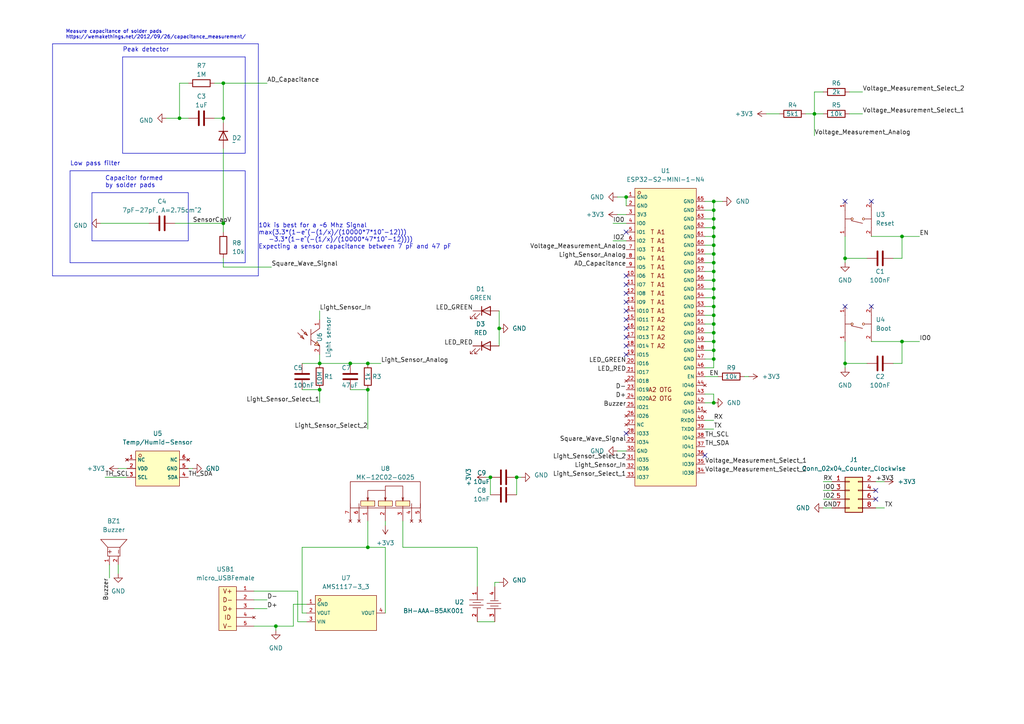
<source format=kicad_sch>
(kicad_sch (version 20230121) (generator eeschema)
  (paper "A4")
  (title_block (title "ES-Plant") (date "2023-05-12") (rev "1.0"))
  (lib_symbols
    (symbol "Connector_Generic:Conn_02x04_Odd_Even" (pin_names (offset 1.016) hide)
      (property "Reference" "J" (at 1.27 5.08 0))
      (property "Value" "Conn_02x04_Odd_Even" (at 1.27 -7.62 0))
      (symbol "Conn_02x04_Odd_Even_1_1"
        (rectangle (start -1.27 -4.953) (end 0 -5.207) (stroke (width 0.1524)))
        (rectangle (start -1.27 -2.413) (end 0 -2.667) (stroke (width 0.1524)))
        (rectangle (start -1.27 0.127) (end 0 -0.127) (stroke (width 0.1524)))
        (rectangle (start -1.27 2.667) (end 0 2.413) (stroke (width 0.1524)))
        (rectangle (start -1.27 3.81) (end 3.81 -6.35) (stroke (width 0.254)) (fill (type background)))
        (rectangle (start 3.81 -4.953) (end 2.54 -5.207) (stroke (width 0.1524)))
        (rectangle (start 3.81 -2.413) (end 2.54 -2.667) (stroke (width 0.1524)))
        (rectangle (start 3.81 0.127) (end 2.54 -0.127) (stroke (width 0.1524)))
        (rectangle (start 3.81 2.667) (end 2.54 2.413) (stroke (width 0.1524)))
        (pin passive line (at -5.08 2.54 0) (length 3.81) (name "Pin_1") (number "1"))
        (pin passive line (at 7.62 2.54 180) (length 3.81) (name "Pin_2") (number "2"))
        (pin passive line (at -5.08 0 0) (length 3.81) (name "Pin_3") (number "3"))
        (pin passive line (at 7.62 0 180) (length 3.81) (name "Pin_4") (number "4"))
        (pin passive line (at -5.08 -2.54 0) (length 3.81) (name "Pin_5") (number "5"))
        (pin passive line (at 7.62 -2.54 180) (length 3.81) (name "Pin_6") (number "6"))
        (pin passive line (at -5.08 -5.08 0) (length 3.81) (name "Pin_7") (number "7"))
        (pin passive line (at 7.62 -5.08 180) (length 3.81) (name "Pin_8") (number "8"))
      )
    )
    (symbol "Custom_Parts:AHT21"
      (property "Reference" "U" (at 0 1.27 0))
      (property "Value" "AHT21" (at 0 -2.54 0))
      (symbol "AHT21_0_1"
        (rectangle (start -6.35 5.08) (end 6.35 -5.08) (fill (type background)))
        (circle (center -5.08 3.81) (radius 0.381) (fill (type background)))
      )
      (symbol "AHT21_1_1"
        (pin no_connect line (at -8.89 2.54 0) (length 2.54) (name "NC") (number "1"))
        (pin power_in line (at -8.89 0 0) (length 2.54) (name "VDD") (number "2"))
        (pin bidirectional line (at -8.89 -2.54 0) (length 2.54) (name "SCL") (number "3"))
        (pin bidirectional line (at 8.89 -2.54 180) (length 2.54) (name "SDA") (number "4"))
        (pin power_in line (at 8.89 0 180) (length 2.54) (name "GND") (number "5"))
        (pin no_connect line (at 8.89 2.54 180) (length 2.54) (name "NC") (number "6"))
      )
    )
    (symbol "Custom_Parts:ALS-PT19-315C_L177_TR8" (pin_names hide)
      (property "Reference" "U" (at 1.27 0 0))
      (property "Value" "ALS-PT19-315C_L177_TR8" (at 0 10.16 0))
      (symbol "ALS-PT19-315C_L177_TR8_0_1"
        (polyline (pts (xy -5.08 1.27) (xy -3.302 -0.508)))
        (polyline (pts (xy -4.064 2.286) (xy -2.286 0.508)))
        (polyline (pts (xy -1.27 -0.762) (xy 1.27 -2.54)))
        (polyline (pts (xy -1.27 2.286) (xy -1.27 -2.286)))
        (polyline (pts (xy 1.27 2.54) (xy -1.27 0.762)))
        (polyline (pts (xy -3.302 -0.508) (xy -3.81 0.508) (xy -4.318 0) (xy -3.302 -0.508)) (fill (type background)))
        (polyline (pts (xy -2.286 0.508) (xy -2.794 1.524) (xy -3.302 1.016) (xy -2.286 0.508)) (fill (type background)))
        (polyline (pts (xy 1.27 -2.54) (xy 0.508 -1.27) (xy -0.254 -2.286) (xy 1.27 -2.54)) (fill (type background)))
      )
      (symbol "ALS-PT19-315C_L177_TR8_1_1"
        (pin passive line (at 1.27 5.08 270) (length 2.54) (name "C") (number "1"))
        (pin passive line (at 1.27 -5.08 90) (length 2.54) (name "E") (number "2"))
      )
    )
    (symbol "Custom_Parts:AMS1117-3_3"
      (property "Reference" "U" (at 0 1.27 0))
      (property "Value" "AMS1117-3_3" (at 1.27 -8.89 0))
      (symbol "AMS1117-3_3_0_1"
        (rectangle (start -8.89 5.08) (end 8.89 -5.08) (fill (type background)))
        (circle (center -7.62 3.81) (radius 0.381) (fill (type background)))
      )
      (symbol "AMS1117-3_3_1_1"
        (pin power_in line (at -11.43 2.54 0) (length 2.54) (name "GND") (number "1"))
        (pin power_out line (at -11.43 0 0) (length 2.54) (name "VOUT") (number "2"))
        (pin power_in line (at -11.43 -2.54 0) (length 2.54) (name "VIN") (number "3"))
        (pin power_out line (at 11.43 0 180) (length 2.54) (name "VOUT") (number "4"))
      )
    )
    (symbol "Custom_Parts:BH-AAA-B5AK001" (pin_names hide)
      (property "Reference" "U" (at 0 1.27 0))
      (property "Value" "BH-AAA-B5AK001" (at 0 -5.08 0))
      (symbol "BH-AAA-B5AK001_0_1"
        (polyline (pts (xy -1.27 -0.254) (xy -1.27 -4.318)))
        (polyline (pts (xy -1.016 3.81) (xy -1.016 1.524)))
        (polyline (pts (xy -0.508 -1.27) (xy -0.508 -3.556)))
        (polyline (pts (xy -0.254 4.826) (xy -0.254 0.762)))
        (polyline (pts (xy 0.254 -0.254) (xy 0.254 -4.318)))
        (polyline (pts (xy 0.508 3.81) (xy 0.508 1.524)))
        (polyline (pts (xy 1.016 -1.27) (xy 1.016 -3.556)))
        (polyline (pts (xy 1.27 4.826) (xy 1.27 0.762)))
      )
      (symbol "BH-AAA-B5AK001_1_1"
        (pin power_out line (at 5.08 2.54 180) (length 3.81) (name "+") (number "1"))
        (pin power_in line (at -5.08 2.54 0) (length 3.81) (name "-") (number "2"))
        (pin power_out line (at -5.08 -2.54 0) (length 3.81) (name "+") (number "3"))
        (pin power_out line (at 5.08 -2.54 180) (length 3.81) (name "-") (number "4"))
      )
    )
    (symbol "Custom_Parts:ESP32-S2-MINI-1-N4"
      (property "Reference" "U1" (at 0 48.26 0))
      (property "Value" "ESP32-S2-MINI-1-N4" (at 0 45.72 0))
      (symbol "ESP32-S2-MINI-1-N4_0_1"
        (rectangle (start -8.89 43.1801) (end 8.89 -43.1801) (fill (type background)))
        (circle (center -7.62 41.9102) (radius 0.381) (fill (type background)))
        (pin power_in line (at -11.43 40.64 0) (length 2.54) (name "GND") (number "1"))
        (pin unspecified line (at -11.43 17.78 0) (length 2.54) (name "IO6") (number "10"))
        (pin unspecified line (at -11.43 12.7 0) (length 2.54) (name "IO8") (number "12"))
        (pin unspecified line (at -11.43 2.54 0) (length 2.54) (name "IO12") (number "16"))
        (pin unspecified line (at -11.43 0 0) (length 2.54) (name "IO13") (number "17"))
        (pin unspecified line (at -11.43 -2.54 0) (length 2.54) (name "IO14") (number "18"))
        (pin unspecified line (at -11.43 -5.08 0) (length 2.54) (name "IO15") (number "19"))
        (pin power_in line (at -11.43 38.1 0) (length 2.54) (name "GND") (number "2"))
        (pin no_connect line (at -11.43 -25.4 0) (length 2.54) (name "NC") (number "27"))
        (pin power_in line (at -11.43 35.56 0) (length 2.54) (name "3V3") (number "3"))
        (pin power_in line (at -11.43 -33.02 0) (length 2.54) (name "GND") (number "30"))
        (pin unspecified line (at 11.43 -34.29 180) (length 2.54) (name "IO40") (number "36"))
        (pin unspecified line (at 11.43 -31.75 180) (length 2.54) (name "IO41") (number "37"))
        (pin unspecified line (at 11.43 -29.21 180) (length 2.54) (name "IO42") (number "38"))
        (pin power_in line (at 11.43 -19.05 180) (length 2.54) (name "GND") (number "42"))
        (pin power_in line (at 11.43 -16.51 180) (length 2.54) (name "GND") (number "43"))
        (pin input line (at 11.43 -11.43 180) (length 2.54) (name "EN") (number "45"))
        (pin power_in line (at 11.43 -8.89 180) (length 2.54) (name "GND") (number "46"))
        (pin power_in line (at 11.43 -6.35 180) (length 2.54) (name "GND") (number "47"))
        (pin power_in line (at 11.43 -3.81 180) (length 2.54) (name "GND") (number "48"))
        (pin power_in line (at 11.43 -1.27 180) (length 2.54) (name "GND") (number "49"))
        (pin unspecified line (at -11.43 30.48 0) (length 2.54) (name "IO1") (number "5"))
        (pin power_in line (at 11.43 1.27 180) (length 2.54) (name "GND") (number "50"))
        (pin power_in line (at 11.43 3.81 180) (length 2.54) (name "GND") (number "51"))
        (pin power_in line (at 11.43 6.35 180) (length 2.54) (name "GND") (number "52"))
        (pin power_in line (at 11.43 8.89 180) (length 2.54) (name "GND") (number "53"))
        (pin power_in line (at 11.43 11.43 180) (length 2.54) (name "GND") (number "54"))
        (pin power_in line (at 11.43 13.97 180) (length 2.54) (name "GND") (number "55"))
        (pin power_in line (at 11.43 16.51 180) (length 2.54) (name "GND") (number "56"))
        (pin power_in line (at 11.43 19.05 180) (length 2.54) (name "GND") (number "57"))
        (pin power_in line (at 11.43 21.59 180) (length 2.54) (name "GND") (number "58"))
        (pin power_in line (at 11.43 24.13 180) (length 2.54) (name "GND") (number "59"))
        (pin power_in line (at 11.43 26.67 180) (length 2.54) (name "GND") (number "60"))
        (pin power_in line (at 11.43 29.21 180) (length 2.54) (name "GND") (number "61"))
        (pin power_in line (at 11.43 31.75 180) (length 2.54) (name "GND") (number "62"))
        (pin power_in line (at 11.43 34.29 180) (length 2.54) (name "GND") (number "63"))
        (pin power_in line (at 11.43 36.83 180) (length 2.54) (name "GND") (number "64"))
        (pin power_in line (at 11.43 39.37 180) (length 2.54) (name "GND") (number "65"))
        (pin unspecified line (at -11.43 25.4 0) (length 2.54) (name "IO3") (number "7"))
        (pin unspecified line (at -11.43 22.86 0) (length 2.54) (name "IO4") (number "8"))
      )
      (symbol "ESP32-S2-MINI-1-N4_1_1"
        (text "A1" (at -1.27 7.62 0) (effects (font (size 1.27 1.27))))
        (text "A1" (at -1.27 10.16 0) (effects (font (size 1.27 1.27))))
        (text "A1" (at -1.27 12.7 0) (effects (font (size 1.27 1.27))))
        (text "A1" (at -1.27 15.24 0) (effects (font (size 1.27 1.27))))
        (text "A1" (at -1.27 17.78 0) (effects (font (size 1.27 1.27))))
        (text "A1" (at -1.27 20.32 0) (effects (font (size 1.27 1.27))))
        (text "A1" (at -1.27 22.86 0) (effects (font (size 1.27 1.27))))
        (text "A1" (at -1.27 25.4 0) (effects (font (size 1.27 1.27))))
        (text "A1" (at -1.27 27.94 0) (effects (font (size 1.27 1.27))))
        (text "A1" (at -1.27 30.48 0) (effects (font (size 1.27 1.27))))
        (text "A2" (at -3.81 -17.78 0) (effects (font (size 1.27 1.27))))
        (text "A2" (at -3.81 -15.24 0) (effects (font (size 1.27 1.27))))
        (text "A2" (at -1.27 -2.54 0) (effects (font (size 1.27 1.27))))
        (text "A2" (at -1.27 0 0) (effects (font (size 1.27 1.27))))
        (text "A2" (at -1.27 2.54 0) (effects (font (size 1.27 1.27))))
        (text "A2" (at -1.27 5.08 0) (effects (font (size 1.27 1.27))))
        (text "OTG" (at 0 -17.78 0) (effects (font (size 1.27 1.27))))
        (text "OTG" (at 0 -15.24 0) (effects (font (size 1.27 1.27))))
        (text "T" (at -3.81 -2.54 0) (effects (font (size 1.27 1.27))))
        (text "T" (at -3.81 0 0) (effects (font (size 1.27 1.27))))
        (text "T" (at -3.81 2.54 0) (effects (font (size 1.27 1.27))))
        (text "T" (at -3.81 5.08 0) (effects (font (size 1.27 1.27))))
        (text "T" (at -3.81 7.62 0) (effects (font (size 1.27 1.27))))
        (text "T" (at -3.81 10.16 0) (effects (font (size 1.27 1.27))))
        (text "T" (at -3.81 12.7 0) (effects (font (size 1.27 1.27))))
        (text "T" (at -3.81 15.24 0) (effects (font (size 1.27 1.27))))
        (text "T" (at -3.81 17.78 0) (effects (font (size 1.27 1.27))))
        (text "T" (at -3.81 20.32 0) (effects (font (size 1.27 1.27))))
        (text "T" (at -3.81 22.86 0) (effects (font (size 1.27 1.27))))
        (text "T" (at -3.81 25.4 0) (effects (font (size 1.27 1.27))))
        (text "T" (at -3.81 27.94 0) (effects (font (size 1.27 1.27))))
        (text "T" (at -3.81 30.48 0) (effects (font (size 1.27 1.27))))
        (pin input line (at -11.43 15.24 0) (length 2.54) (name "IO7") (number "11"))
        (pin input line (at -11.43 10.16 0) (length 2.54) (name "IO9") (number "13"))
        (pin input line (at -11.43 7.62 0) (length 2.54) (name "IO10") (number "14"))
        (pin unspecified line (at -11.43 5.08 0) (length 2.54) (name "IO11") (number "15"))
        (pin bidirectional line (at -11.43 -7.62 0) (length 2.54) (name "IO16") (number "20"))
        (pin bidirectional line (at -11.43 -10.16 0) (length 2.54) (name "IO17") (number "21"))
        (pin no_connect line (at -11.43 -12.7 0) (length 2.54) (name "IO18") (number "22"))
        (pin bidirectional line (at -11.43 -15.24 0) (length 2.54) (name "IO19") (number "23"))
        (pin bidirectional line (at -11.43 -17.78 0) (length 2.54) (name "IO20") (number "24"))
        (pin output line (at -11.43 -20.32 0) (length 2.54) (name "IO21") (number "25"))
        (pin no_connect line (at -11.43 -22.86 0) (length 2.54) (name "IO26") (number "26"))
        (pin input line (at -11.43 -27.94 0) (length 2.54) (name "IO33") (number "28"))
        (pin input line (at -11.43 -30.48 0) (length 2.54) (name "IO34") (number "29"))
        (pin input line (at -11.43 -35.56 0) (length 2.54) (name "IO35") (number "31"))
        (pin input line (at -11.43 -38.1 0) (length 2.54) (name "IO36") (number "32"))
        (pin input line (at -11.43 -40.64 0) (length 2.54) (name "IO37") (number "33"))
        (pin output line (at 11.43 -39.37 180) (length 2.54) (name "IO38") (number "34"))
        (pin output line (at 11.43 -36.83 180) (length 2.54) (name "IO39") (number "35"))
        (pin output line (at 11.43 -26.67 180) (length 2.54) (name "TXD0") (number "39"))
        (pin input line (at -11.43 33.02 0) (length 2.54) (name "IO0") (number "4"))
        (pin input line (at 11.43 -24.13 180) (length 2.54) (name "RXD0") (number "40"))
        (pin no_connect line (at 11.43 -21.59 180) (length 2.54) (name "IO45") (number "41"))
        (pin no_connect line (at 11.43 -13.97 180) (length 2.54) (name "IO46") (number "44"))
        (pin input line (at -11.43 27.94 0) (length 2.54) (name "IO2") (number "6"))
        (pin input line (at -11.43 20.32 0) (length 2.54) (name "IO5") (number "9"))
      )
    )
    (symbol "Custom_Parts:MK-12C02-G025" (pin_names hide)
      (property "Reference" "U8" (at 0 10.16 0))
      (property "Value" "MK-12C02-G025" (at 0 7.62 0))
      (symbol "MK-12C02-G025_0_1"
        (rectangle (start -10.16 6.35) (end 10.16 -1.27))
        (rectangle (start -7.112 0.762) (end -3.048 -0.762) (fill (type background)))
        (rectangle (start -2.032 0.762) (end 2.032 -0.762) (fill (type background)))
        (polyline (pts (xy -5.08 0.762) (xy -5.334 1.778)))
        (polyline (pts (xy 0 0.762) (xy -0.254 1.778)))
        (polyline (pts (xy 5.08 0.762) (xy 4.826 1.778)))
        (polyline (pts (xy 5.08 0.762) (xy 5.334 1.778)))
        (polyline (pts (xy 0 3.81) (xy -5.08 3.81) (xy -5.08 0.762) (xy -4.826 1.778)))
        (polyline (pts (xy 5.08 0.762) (xy 5.08 5.08) (xy 0 5.08) (xy 0 0.762) (xy 0.254 1.778)))
        (rectangle (start 3.048 0.762) (end 7.112 -0.762) (fill (type background)))
      )
      (symbol "MK-12C02-G025_1_1"
        (pin power_in line (at -5.08 -5.08 90) (length 4.318) (name "1") (number "1"))
        (pin power_out line (at 0 -5.08 90) (length 4.318) (name "2") (number "2"))
        (pin power_in line (at 5.08 -5.08 90) (length 4.318) (name "3") (number "3"))
        (pin no_connect line (at 7.62 -5.08 90) (length 5.08) (name "4") (number "4"))
        (pin no_connect line (at 10.16 -5.08 90) (length 5.08) (name "5") (number "5"))
        (pin no_connect line (at -7.62 -5.08 90) (length 5.08) (name "6") (number "6"))
        (pin no_connect line (at -10.16 -5.08 90) (length 5.08) (name "7") (number "7"))
      )
    )
    (symbol "Custom_Parts:MLT-8530" (pin_names hide)
      (property "Reference" "B" (at 0 1.27 0))
      (property "Value" "MLT-8530" (at 0 -2.54 0))
      (symbol "MLT-8530_0_1"
        (polyline (pts (xy -1.27 -1.778) (xy 1.27 -1.778)))
        (polyline (pts (xy -1.27 1.778) (xy -1.27 -1.778)))
        (polyline (pts (xy -1.27 1.778) (xy 1.27 1.778)))
        (polyline (pts (xy 1.27 -1.778) (xy 3.556 -3.81)))
        (polyline (pts (xy 1.27 1.778) (xy 1.27 -1.778)))
        (polyline (pts (xy 3.556 3.81) (xy 1.27 1.778)))
        (polyline (pts (xy 3.556 3.81) (xy 3.556 -3.81)))
      )
      (symbol "MLT-8530_1_1"
        (text "+" (at 0 1.27 0) (effects (font (size 1.27 1.27))))
        (text "-" (at 0 -1.27 0) (effects (font (size 1.27 1.27))))
        (pin input line (at -3.81 1.27 0) (length 2.54) (name "+") (number "1"))
        (pin power_in line (at -3.81 -1.27 0) (length 2.54) (name "2") (number "2"))
      )
    )
    (symbol "Custom_Parts:TS-1187A-B-A-B" (pin_names hide)
      (property "Reference" "U" (at -5.08 1.27 0))
      (property "Value" "TS-1187A-B-A-B" (at 0 5.08 0))
      (symbol "TS-1187A-B-A-B_0_1"
        (circle (center 0 -2.794) (radius 0.3175) (fill (type background)))
        (polyline (pts (xy -2.54 -5.08) (xy 2.54 -5.08)))
        (polyline (pts (xy -2.54 2.54) (xy 2.54 2.54)))
        (polyline (pts (xy -0.508 0.762) (xy -1.27 -2.54)))
        (polyline (pts (xy 0 -3.302) (xy 0 -5.08)))
        (polyline (pts (xy 0 0.762) (xy 0 2.54)))
        (circle (center 0 0.508) (radius 0.3175) (fill (type background)))
      )
      (symbol "TS-1187A-B-A-B_1_1"
        (pin passive line (at -5.08 2.54 0) (length 2.54) (name "A") (number "1"))
        (pin passive line (at 5.08 2.54 180) (length 2.54) (name "B") (number "1"))
        (pin passive line (at -5.08 -5.08 0) (length 2.54) (name "C") (number "2"))
        (pin passive line (at 5.08 -5.08 180) (length 2.54) (name "D") (number "2"))
      )
    )
    (symbol "Custom_Parts:micro_USBFemale" (pin_names hide)
      (property "Reference" "USB" (at -3.81 1.27 0))
      (property "Value" "micro_USBFemale" (at -1.27 -6.35 0))
      (symbol "micro_USBFemale_0_1"
        (rectangle (start -1.27 6.35) (end 3.81 -6.35) (fill (type background)))
      )
      (symbol "micro_USBFemale_1_1"
        (text "D+" (at 1.27 0 0) (effects (font (size 1.27 1.27))))
        (text "D-" (at 1.27 2.54 0) (effects (font (size 1.27 1.27))))
        (text "ID" (at 1.27 -2.54 0) (effects (font (size 1.27 1.27))))
        (text "V+" (at 1.27 5.08 0) (effects (font (size 1.27 1.27))))
        (text "V-" (at 1.27 -5.08 0) (effects (font (size 1.27 1.27))))
        (pin power_out line (at 8.89 5.08 180) (length 5.08) (name "V+") (number "1"))
        (pin bidirectional line (at 8.89 2.54 180) (length 5.08) (name "D-") (number "2"))
        (pin bidirectional line (at 8.89 0 180) (length 5.08) (name "D+") (number "3"))
        (pin no_connect line (at 8.89 -2.54 180) (length 5.08) (name "ID") (number "4"))
        (pin power_out line (at 8.89 -5.08 180) (length 5.08) (name "V-") (number "5"))
      )
    )
    (symbol "Device:C" (pin_numbers hide) (pin_names (offset 0.254))
      (property "Reference" "C" (at 0.635 2.54 0))
      (property "Value" "C" (at 0.635 -2.54 0))
      (symbol "C_0_1"
        (polyline (pts (xy -2.032 -0.762) (xy 2.032 -0.762)) (stroke (width 0.508)))
        (polyline (pts (xy -2.032 0.762) (xy 2.032 0.762)) (stroke (width 0.508)))
      )
      (symbol "C_1_1"
        (pin passive line (at 0 3.81 270) (length 2.794) (name "~") (number "1"))
        (pin passive line (at 0 -3.81 90) (length 2.794) (name "~") (number "2"))
      )
    )
    (symbol "Device:D" (pin_numbers hide) (pin_names (offset 1.016) hide)
      (property "Reference" "D" (at 0 2.54 0))
      (property "Value" "D" (at 0 -2.54 0))
      (symbol "D_0_1"
        (polyline (pts (xy -1.27 1.27) (xy -1.27 -1.27)) (stroke (width 0.254)))
        (polyline (pts (xy 1.27 0) (xy -1.27 0)))
        (polyline (pts (xy 1.27 1.27) (xy 1.27 -1.27) (xy -1.27 0) (xy 1.27 1.27)) (stroke (width 0.254)))
      )
      (symbol "D_1_1"
        (pin passive line (at -3.81 0 0) (length 2.54) (name "K") (number "1"))
        (pin passive line (at 3.81 0 180) (length 2.54) (name "A") (number "2"))
      )
    )
    (symbol "Device:LED" (pin_numbers hide) (pin_names (offset 1.016) hide)
      (property "Reference" "D" (at 0 2.54 0))
      (property "Value" "LED" (at 0 -2.54 0))
      (symbol "LED_0_1"
        (polyline (pts (xy -1.27 -1.27) (xy -1.27 1.27)) (stroke (width 0.254)))
        (polyline (pts (xy -1.27 0) (xy 1.27 0)))
        (polyline (pts (xy 1.27 -1.27) (xy 1.27 1.27) (xy -1.27 0) (xy 1.27 -1.27)) (stroke (width 0.254)))
        (polyline (pts (xy -3.048 -0.762) (xy -4.572 -2.286) (xy -3.81 -2.286) (xy -4.572 -2.286) (xy -4.572 -1.524)))
        (polyline (pts (xy -1.778 -0.762) (xy -3.302 -2.286) (xy -2.54 -2.286) (xy -3.302 -2.286) (xy -3.302 -1.524)))
      )
      (symbol "LED_1_1"
        (pin passive line (at -3.81 0 0) (length 2.54) (name "K") (number "1"))
        (pin passive line (at 3.81 0 180) (length 2.54) (name "A") (number "2"))
      )
    )
    (symbol "Device:R" (pin_numbers hide) (pin_names (offset 0))
      (property "Reference" "R" (at 2.032 0 90))
      (property "Value" "R" (at 0 0 90))
      (symbol "R_0_1"
        (rectangle (start -1.016 -2.54) (end 1.016 2.54) (stroke (width 0.254)))
      )
      (symbol "R_1_1"
        (pin passive line (at 0 3.81 270) (length 1.27) (name "~") (number "1"))
        (pin passive line (at 0 -3.81 90) (length 1.27) (name "~") (number "2"))
      )
    )
    (symbol "power:+3V3" (power) (pin_names (offset 0))
      (property "Value" "+3V3" (at 0 3.556 0))
      (symbol "+3V3_0_1"
        (polyline (pts (xy -0.762 1.27) (xy 0 2.54)))
        (polyline (pts (xy 0 0) (xy 0 2.54)))
        (polyline (pts (xy 0 2.54) (xy 0.762 1.27)))
      )
      (symbol "+3V3_1_1"
        (pin power_in line (at 0 0 90) (length 0) hide (name "+3V3") (number "1"))
      )
    )
    (symbol "power:GND" (power) (pin_names (offset 0))
      (property "Value" "GND" (at 0 -3.81 0))
      (symbol "GND_0_1"
        (polyline (pts (xy 0 0) (xy 0 -1.27) (xy 1.27 -1.27) (xy 0 -2.54) (xy -1.27 -1.27) (xy 0 -1.27)))
      )
      (symbol "GND_1_1"
        (pin power_in line (at 0 0 270) (length 0) hide (name "GND") (number "1"))
      )
    )
  )
  (junction (at 261.62 68.58))
  (junction (at 236.22 33.02))
  (junction (at 207.01 66.04))
  (junction (at 207.01 71.12))
  (junction (at 207.01 76.2))
  (junction (at 207.01 91.44))
  (junction (at 144.78 95.25))
  (junction (at 149.86 138.43))
  (junction (at 106.68 113.03))
  (junction (at 207.01 96.52))
  (junction (at 106.68 158.75))
  (junction (at 207.01 73.66))
  (junction (at 207.01 81.28))
  (junction (at 207.01 104.14))
  (junction (at 207.01 63.5))
  (junction (at 207.01 93.98))
  (junction (at 101.6 105.41))
  (junction (at 207.01 68.58))
  (junction (at 207.01 78.74))
  (junction (at 207.01 99.06))
  (junction (at 80.01 181.61))
  (junction (at 207.01 88.9))
  (junction (at 207.01 116.84))
  (junction (at 245.11 74.93))
  (junction (at 142.24 138.43))
  (junction (at 52.07 34.29))
  (junction (at 92.71 105.41))
  (junction (at 207.01 83.82))
  (junction (at 64.77 64.77))
  (junction (at 261.62 99.06))
  (junction (at 207.01 58.42))
  (junction (at 207.01 101.6))
  (junction (at 64.77 34.29))
  (junction (at 207.01 86.36))
  (junction (at 92.71 113.03))
  (junction (at 64.77 24.13))
  (junction (at 245.11 105.41))
  (junction (at 207.01 60.96))
  (junction (at 181.61 57.15))
  (junction (at 106.68 105.41))
  (no_connect (at 181.61 90.17))
  (no_connect (at 181.61 97.79))
  (no_connect (at 204.47 132.08))
  (no_connect (at 181.61 87.63))
  (no_connect (at 252.73 88.9))
  (no_connect (at 245.11 58.42))
  (no_connect (at 254 142.24))
  (no_connect (at 245.11 88.9))
  (no_connect (at 181.61 67.31))
  (no_connect (at 181.61 102.87))
  (no_connect (at 254 144.78))
  (no_connect (at 181.61 95.25))
  (no_connect (at 252.73 58.42))
  (no_connect (at 181.61 82.55))
  (no_connect (at 181.61 85.09))
  (no_connect (at 181.61 92.71))
  (no_connect (at 181.61 125.73))
  (no_connect (at 181.61 100.33))
  (no_connect (at 181.61 80.01))
  (wire (pts (xy 207.01 83.82) (xy 204.47 83.82)))
  (wire (pts (xy 92.71 102.87) (xy 92.71 105.41)))
  (polyline (pts (xy 20.32 76.2) (xy 71.12 76.2)))
  (polyline (pts (xy 26.67 55.88) (xy 26.67 69.85)))
  (wire (pts (xy 207.01 76.2) (xy 204.47 76.2)))
  (wire (pts (xy 261.62 99.06) (xy 261.62 105.41)))
  (wire (pts (xy 217.17 109.22) (xy 215.9 109.22)))
  (wire (pts (xy 261.62 99.06) (xy 266.7 99.06)))
  (wire (pts (xy 30.48 138.43) (xy 36.83 138.43)))
  (wire (pts (xy 259.08 105.41) (xy 261.62 105.41)))
  (wire (pts (xy 106.68 151.13) (xy 106.68 158.75)))
  (wire (pts (xy 207.01 96.52) (xy 207.01 99.06)))
  (polyline (pts (xy 54.61 69.85) (xy 54.61 55.88)))
  (wire (pts (xy 259.08 74.93) (xy 261.62 74.93)))
  (wire (pts (xy 207.01 73.66) (xy 207.01 76.2)))
  (wire (pts (xy 238.76 142.24) (xy 241.3 142.24)))
  (wire (pts (xy 236.22 33.02) (xy 236.22 26.67)))
  (wire (pts (xy 207.01 99.06) (xy 204.47 99.06)))
  (wire (pts (xy 207.01 78.74) (xy 207.01 81.28)))
  (wire (pts (xy 207.01 93.98) (xy 204.47 93.98)))
  (wire (pts (xy 233.68 33.02) (xy 236.22 33.02)))
  (wire (pts (xy 92.71 113.03) (xy 92.71 116.84)))
  (wire (pts (xy 204.47 109.22) (xy 208.28 109.22)))
  (wire (pts (xy 238.76 144.78) (xy 241.3 144.78)))
  (wire (pts (xy 179.07 130.81) (xy 181.61 130.81)))
  (wire (pts (xy 256.54 147.32) (xy 254 147.32)))
  (wire (pts (xy 222.25 33.02) (xy 226.06 33.02)))
  (wire (pts (xy 86.36 180.34) (xy 88.9 180.34)))
  (polyline (pts (xy 15.24 12.7) (xy 74.93 12.7)))
  (wire (pts (xy 87.63 158.75) (xy 106.68 158.75)))
  (wire (pts (xy 52.07 34.29) (xy 54.61 34.29)))
  (wire (pts (xy 64.77 74.93) (xy 64.77 77.47)))
  (wire (pts (xy 138.43 158.75) (xy 138.43 170.18)))
  (wire (pts (xy 111.76 177.8) (xy 111.76 158.75)))
  (wire (pts (xy 207.01 68.58) (xy 207.01 71.12)))
  (wire (pts (xy 101.6 113.03) (xy 106.68 113.03)))
  (wire (pts (xy 236.22 33.02) (xy 238.76 33.02)))
  (wire (pts (xy 50.8 64.77) (xy 64.77 64.77)))
  (wire (pts (xy 116.84 158.75) (xy 116.84 151.13)))
  (wire (pts (xy 34.29 135.89) (xy 36.83 135.89)))
  (wire (pts (xy 207.01 83.82) (xy 207.01 86.36)))
  (wire (pts (xy 64.77 24.13) (xy 77.47 24.13)))
  (wire (pts (xy 261.62 68.58) (xy 266.7 68.58)))
  (wire (pts (xy 246.38 26.67) (xy 250.19 26.67)))
  (wire (pts (xy 252.73 68.58) (xy 261.62 68.58)))
  (wire (pts (xy 101.6 105.41) (xy 106.68 105.41)))
  (wire (pts (xy 149.86 138.43) (xy 149.86 143.51)))
  (wire (pts (xy 245.11 68.58) (xy 245.11 74.93)))
  (wire (pts (xy 207.01 78.74) (xy 204.47 78.74)))
  (wire (pts (xy 209.55 58.42) (xy 207.01 58.42)))
  (wire (pts (xy 62.23 24.13) (xy 64.77 24.13)))
  (wire (pts (xy 207.01 66.04) (xy 207.01 68.58)))
  (wire (pts (xy 261.62 68.58) (xy 261.62 74.93)))
  (polyline (pts (xy 15.24 80.01) (xy 74.93 80.01)))
  (wire (pts (xy 207.01 73.66) (xy 204.47 73.66)))
  (wire (pts (xy 54.61 24.13) (xy 52.07 24.13)))
  (wire (pts (xy 207.01 86.36) (xy 207.01 88.9)))
  (wire (pts (xy 207.01 88.9) (xy 204.47 88.9)))
  (wire (pts (xy 143.51 168.91) (xy 143.51 170.18)))
  (wire (pts (xy 179.07 62.23) (xy 181.61 62.23)))
  (wire (pts (xy 207.01 58.42) (xy 204.47 58.42)))
  (wire (pts (xy 246.38 33.02) (xy 250.19 33.02)))
  (wire (pts (xy 87.63 113.03) (xy 92.71 113.03)))
  (wire (pts (xy 48.26 34.29) (xy 52.07 34.29)))
  (wire (pts (xy 207.01 63.5) (xy 204.47 63.5)))
  (wire (pts (xy 245.11 99.06) (xy 245.11 105.41)))
  (wire (pts (xy 80.01 181.61) (xy 80.01 182.88)))
  (wire (pts (xy 207.01 60.96) (xy 204.47 60.96)))
  (wire (pts (xy 54.61 135.89) (xy 55.88 135.89)))
  (wire (pts (xy 106.68 113.03) (xy 106.68 124.46)))
  (wire (pts (xy 111.76 151.13) (xy 111.76 152.4)))
  (wire (pts (xy 207.01 114.3) (xy 207.01 116.84)))
  (wire (pts (xy 85.09 181.61) (xy 80.01 181.61)))
  (wire (pts (xy 207.01 76.2) (xy 207.01 78.74)))
  (wire (pts (xy 87.63 105.41) (xy 92.71 105.41)))
  (wire (pts (xy 31.75 163.83) (xy 31.75 167.64)))
  (wire (pts (xy 86.36 171.45) (xy 86.36 180.34)))
  (wire (pts (xy 207.01 71.12) (xy 207.01 73.66)))
  (wire (pts (xy 207.01 106.68) (xy 204.47 106.68)))
  (wire (pts (xy 106.68 105.41) (xy 110.49 105.41)))
  (wire (pts (xy 207.01 68.58) (xy 204.47 68.58)))
  (wire (pts (xy 143.51 168.91) (xy 144.78 168.91)))
  (wire (pts (xy 73.66 181.61) (xy 80.01 181.61)))
  (wire (pts (xy 204.47 116.84) (xy 207.01 116.84)))
  (wire (pts (xy 144.78 95.25) (xy 144.78 100.33)))
  (wire (pts (xy 29.21 64.77) (xy 43.18 64.77)))
  (wire (pts (xy 88.9 177.8) (xy 87.63 177.8)))
  (wire (pts (xy 207.01 88.9) (xy 207.01 91.44)))
  (wire (pts (xy 236.22 33.02) (xy 236.22 39.37)))
  (wire (pts (xy 34.29 163.83) (xy 34.29 166.37)))
  (polyline (pts (xy 20.32 49.53) (xy 71.12 49.53)))
  (wire (pts (xy 92.71 105.41) (xy 101.6 105.41)))
  (wire (pts (xy 87.63 158.75) (xy 87.63 177.8)))
  (wire (pts (xy 151.13 138.43) (xy 149.86 138.43)))
  (wire (pts (xy 207.01 96.52) (xy 204.47 96.52)))
  (wire (pts (xy 207.01 86.36) (xy 204.47 86.36)))
  (wire (pts (xy 85.09 175.26) (xy 88.9 175.26)))
  (wire (pts (xy 207.01 99.06) (xy 207.01 101.6)))
  (wire (pts (xy 207.01 101.6) (xy 204.47 101.6)))
  (wire (pts (xy 64.77 77.47) (xy 78.74 77.47)))
  (wire (pts (xy 238.76 147.32) (xy 241.3 147.32)))
  (wire (pts (xy 106.68 158.75) (xy 111.76 158.75)))
  (wire (pts (xy 207.01 101.6) (xy 207.01 104.14)))
  (wire (pts (xy 207.01 104.14) (xy 207.01 106.68)))
  (wire (pts (xy 73.66 171.45) (xy 86.36 171.45)))
  (polyline (pts (xy 15.24 80.01) (xy 15.24 12.7)))
  (wire (pts (xy 179.07 57.15) (xy 181.61 57.15)))
  (wire (pts (xy 64.77 24.13) (xy 64.77 34.29)))
  (wire (pts (xy 207.01 104.14) (xy 204.47 104.14)))
  (wire (pts (xy 207.01 91.44) (xy 204.47 91.44)))
  (wire (pts (xy 204.47 121.92) (xy 207.01 121.92)))
  (polyline (pts (xy 26.67 55.88) (xy 54.61 55.88)))
  (wire (pts (xy 254 139.7) (xy 256.54 139.7)))
  (polyline (pts (xy 20.32 49.53) (xy 20.32 76.2)))
  (wire (pts (xy 207.01 81.28) (xy 204.47 81.28)))
  (wire (pts (xy 238.76 139.7) (xy 241.3 139.7)))
  (wire (pts (xy 62.23 34.29) (xy 64.77 34.29)))
  (polyline (pts (xy 26.67 69.85) (xy 54.61 69.85)))
  (polyline (pts (xy 35.56 44.45) (xy 71.12 44.45)))
  (polyline (pts (xy 35.56 16.51) (xy 35.56 44.45)))
  (wire (pts (xy 64.77 64.77) (xy 64.77 67.31)))
  (wire (pts (xy 73.66 173.99) (xy 77.47 173.99)))
  (wire (pts (xy 144.78 90.17) (xy 144.78 95.25)))
  (wire (pts (xy 85.09 175.26) (xy 85.09 181.61)))
  (wire (pts (xy 207.01 71.12) (xy 204.47 71.12)))
  (wire (pts (xy 73.66 176.53) (xy 77.47 176.53)))
  (wire (pts (xy 64.77 34.29) (xy 64.77 35.56)))
  (wire (pts (xy 207.01 93.98) (xy 207.01 96.52)))
  (wire (pts (xy 207.01 63.5) (xy 207.01 66.04)))
  (wire (pts (xy 138.43 180.34) (xy 143.51 180.34)))
  (wire (pts (xy 177.8 64.77) (xy 181.61 64.77)))
  (wire (pts (xy 92.71 90.17) (xy 92.71 92.71)))
  (wire (pts (xy 245.11 105.41) (xy 245.11 106.68)))
  (wire (pts (xy 245.11 105.41) (xy 251.46 105.41)))
  (wire (pts (xy 207.01 66.04) (xy 204.47 66.04)))
  (wire (pts (xy 64.77 43.18) (xy 64.77 64.77)))
  (wire (pts (xy 207.01 60.96) (xy 207.01 63.5)))
  (wire (pts (xy 236.22 26.67) (xy 238.76 26.67)))
  (wire (pts (xy 204.47 114.3) (xy 207.01 114.3)))
  (wire (pts (xy 207.01 91.44) (xy 207.01 93.98)))
  (wire (pts (xy 207.01 81.28) (xy 207.01 83.82)))
  (wire (pts (xy 52.07 24.13) (xy 52.07 34.29)))
  (wire (pts (xy 181.61 57.15) (xy 181.61 59.69)))
  (polyline (pts (xy 71.12 16.51) (xy 35.56 16.51)))
  (wire (pts (xy 177.8 69.85) (xy 181.61 69.85)))
  (wire (pts (xy 138.43 158.75) (xy 116.84 158.75)))
  (polyline (pts (xy 71.12 76.2) (xy 71.12 49.53)))
  (wire (pts (xy 142.24 138.43) (xy 142.24 143.51)))
  (wire (pts (xy 245.11 74.93) (xy 251.46 74.93)))
  (polyline (pts (xy 71.12 16.51) (xy 71.12 44.45)))
  (wire (pts (xy 204.47 124.46) (xy 207.01 124.46)))
  (wire (pts (xy 207.01 58.42) (xy 207.01 60.96)))
  (polyline (pts (xy 74.93 12.7) (xy 74.93 80.01)))
  (wire (pts (xy 140.97 138.43) (xy 142.24 138.43)))
  (wire (pts (xy 252.73 99.06) (xy 261.62 99.06)))
  (wire (pts (xy 245.11 74.93) (xy 245.11 76.2)))
  (text "Capacitor formed\nby solder pads" (at 30.48 54.61 0) (effects (font (size 1.27 1.27)) (justify left bottom)))
  (text "10k is best for a ~6 Mhz Signal\nmax(3.3*(1-e^(-(1/x)/(10000*7*10^-12)))\n   -3.3*(1-e^(-(1/x)/(10000*47*10^-12))))\nExpecting a sensor capacitance between 7 pF and 47 pF" (at 74.93 72.39 0) (effects (font (size 1.27 1.27)) (justify left bottom)))
  (text "Measure capacitance of solder pads\nhttps://wemakethings.net/2012/09/26/capacitance_measurement/" (at 19.05 11.43 0) (effects (font (size 1 1)) (justify left bottom)))
  (text "Peak detector" (at 35.56 15.24 0) (effects (font (size 1.27 1.27)) (justify left bottom)))
  (text "Low pass filter" (at 20.32 48.26 0) (effects (font (size 1.27 1.27)) (justify left bottom)))
  (label "LED_RED" (at 181.61 107.95 180))
  (label "TH_SCL" (at 30.48 138.43 0))
  (label "AD_Capacitance" (at 77.47 24.13 0))
  (label "LED_RED" (at 137.16 100.33 180))
  (label "IO0" (at 266.7 99.06 0))
  (label "RX" (at 207.01 121.92 0))
  (label "Light_Sensor_Select_2" (at 181.61 133.35 180))
  (label "D+" (at 77.47 176.53 0))
  (label "Buzzer" (at 181.61 118.11 180))
  (label "RX" (at 238.76 139.7 0))
  (label "D-" (at 181.61 113.03 180))
  (label "EN" (at 205.74 109.22 0))
  (label "Light_Sensor_In" (at 181.61 135.89 180))
  (label "IO2" (at 177.8 69.85 0))
  (label "Light_Sensor_Analog" (at 181.61 74.93 180))
  (label "+3V3" (at 254 139.7 0))
  (label "D-" (at 77.47 173.99 0))
  (label "TH_SCL" (at 204.47 127 0))
  (label "Square_Wave_Signal" (at 181.61 128.27 180))
  (label "Light_Sensor_In" (at 92.71 90.17 0))
  (label "LED_GREEN" (at 137.16 90.17 180))
  (label "SensorCapV" (at 55.88 64.77 0))
  (label "Voltage_Measurement_Select_2" (at 250.19 26.67 0))
  (label "Light_Sensor_Select_1" (at 181.61 138.43 180))
  (label "IO0" (at 177.8 64.77 0))
  (label "D+" (at 181.61 115.57 180))
  (label "Voltage_Measurement_Select_2" (at 204.47 137.16 0))
  (label "TH_SDA" (at 54.61 138.43 0))
  (label "TH_SDA" (at 204.47 129.54 0))
  (label "Light_Sensor_Select_1" (at 92.71 116.84 180))
  (label "AD_Capacitance" (at 181.61 77.47 180))
  (label "LED_GREEN" (at 181.61 105.41 180))
  (label "IO0" (at 238.76 142.24 0))
  (label "Square_Wave_Signal" (at 78.74 77.47 0))
  (label "EN" (at 266.7 68.58 0))
  (label "Voltage_Measurement_Analog" (at 236.22 39.37 0))
  (label "Voltage_Measurement_Select_1" (at 204.47 134.62 0))
  (label "TX" (at 256.54 147.32 0))
  (label "Light_Sensor_Select_2" (at 106.68 124.46 180))
  (label "Light_Sensor_Analog" (at 110.49 105.41 0))
  (label "IO2" (at 238.76 144.78 0))
  (label "GND" (at 238.76 147.32 0))
  (label "TX" (at 207.01 124.46 0))
  (label "Voltage_Measurement_Select_1" (at 250.19 33.02 0))
  (label "Buzzer" (at 31.75 167.64 270))
  (label "Voltage_Measurement_Analog" (at 181.61 72.39 180))
  (symbol (lib_id "Device:C") (at 101.6 109.22 0) (unit 1)
    (property "Reference" "C7" (at 99.06 106.68 0) (effects (justify left)))
    (property "Value" "47uF" (at 99.06 111.76 0) (effects (justify left)))
    (property "Footprint" "Capacitor_SMD:C_0805_2012Metric" (effects hide))
    (property "LCSC" "C16780" (effects hide))
    (property "MPN" "C16780" (effects hide))
  )
  (symbol (lib_id "Device:R") (at 242.57 33.02 90) (unit 1)
    (property "Reference" "R5" (at 242.57 30.48 90))
    (property "Value" "10k" (at 242.57 33.02 90))
    (property "Footprint" "Resistor_SMD:R_0402_1005Metric" (effects hide))
    (property "LCSC" "C25744" (effects hide))
    (property "MPN" "C25744" (effects hide))
  )
  (symbol (lib_id "power:GND") (at 55.88 135.89 90) (unit 1)
    (property "Reference" "#PWR016" (effects hide))
    (property "Value" "GND" (at 59.69 135.89 90) (effects (justify right)))
  )
  (symbol (lib_id "power:GND") (at 245.11 106.68 0) (unit 1)
    (property "Reference" "#PWR012" (effects hide))
    (property "Value" "GND" (at 245.11 111.76 0))
  )
  (symbol (lib_id "Device:C") (at 146.05 143.51 90) (unit 1)
    (property "Reference" "C8" (at 139.7 142.24 90))
    (property "Value" "10nF" (at 139.7 144.78 90))
    (property "Footprint" "Capacitor_SMD:C_0402_1005Metric" (effects hide))
    (property "LCSC" "C15195" (effects hide))
    (property "MPN" "C15195" (effects hide))
  )
  (symbol (lib_id "power:GND") (at 48.26 34.29 270) (unit 1)
    (property "Reference" "#PWR013" (effects hide))
    (property "Value" "GND" (at 44.45 34.925 90) (effects (justify right)))
  )
  (symbol (lib_id "power:GND") (at 144.78 95.25 90) (unit 1)
    (property "Reference" "#PWR022" (effects hide))
    (property "Value" "GND" (at 148.59 95.25 90) (effects (justify right)))
  )
  (symbol (lib_id "power:GND") (at 245.11 76.2 0) (unit 1)
    (property "Reference" "#PWR010" (effects hide))
    (property "Value" "GND" (at 245.11 81.28 0))
  )
  (symbol (lib_id "power:GND") (at 238.76 147.32 270) (unit 1)
    (property "Reference" "#PWR01" (effects hide))
    (property "Value" "GND" (at 234.95 147.32 90) (effects (justify right)))
  )
  (symbol (lib_id "Device:R") (at 92.71 109.22 0) (unit 1)
    (property "Reference" "R1" (at 93.98 109.22 0) (effects (justify left)))
    (property "Value" "10M" (at 92.71 111.76 90) (effects (justify left)))
    (property "Footprint" "Resistor_SMD:R_0402_1005Metric" (effects hide))
    (property "LCSC" "C26082" (effects hide))
    (property "MPN" "C26082" (effects hide))
  )
  (symbol (lib_id "power:+3V3") (at 34.29 135.89 90) (unit 1)
    (property "Reference" "#PWR015" (effects hide))
    (property "Value" "+3V3" (at 30.48 135.89 90) (effects (justify left)))
  )
  (symbol (lib_id "Connector_Generic:Conn_02x04_Odd_Even") (at 246.38 142.24 0) (unit 1)
    (property "Reference" "J1" (at 247.65 133.35 0))
    (property "Value" "Conn_02x04_Counter_Clockwise" (at 247.65 135.89 0))
    (property "Footprint" "Connector_PinHeader_2.54mm:PinHeader_2x04_P2.54mm_Vertical" (effects hide))
  )
  (symbol (lib_id "Device:R") (at 229.87 33.02 90) (unit 1)
    (property "Reference" "R4" (at 229.87 30.48 90))
    (property "Value" "5k1" (at 229.87 33.02 90))
    (property "Footprint" "Resistor_SMD:R_0402_1005Metric" (effects hide))
    (property "LCSC" "C25905" (effects hide))
    (property "MPN" "C25905" (effects hide))
  )
  (symbol (lib_id "power:GND") (at 29.21 64.77 270) (unit 1)
    (property "Reference" "#PWR014" (effects hide))
    (property "Value" "GND" (at 25.4 65.405 90) (effects (justify right)))
  )
  (symbol (lib_id "Device:C") (at 87.63 109.22 0) (unit 1)
    (property "Reference" "C5" (at 85.09 106.68 0) (effects (justify left)))
    (property "Value" "100nF" (at 85.09 111.76 0) (effects (justify left)))
    (property "Footprint" "Capacitor_SMD:C_0402_1005Metric" (effects hide))
    (property "LCSC" "C1525" (effects hide))
    (property "MPN" "C1525" (effects hide))
  )
  (symbol (lib_id "Device:LED") (at 140.97 90.17 0) (unit 1)
    (property "Reference" "D1" (at 139.3825 83.82 0))
    (property "Value" "GREEN" (at 139.3825 86.36 0))
    (property "Footprint" "LED_SMD:LED_0805_2012Metric" (effects hide))
    (property "LCSC" "C2297" (effects hide))
    (property "MPN" "C2297" (effects hide))
  )
  (symbol (lib_id "power:GND") (at 209.55 58.42 90) (unit 1)
    (property "Reference" "#PWR06" (effects hide))
    (property "Value" "GND" (at 213.36 58.42 90) (effects (justify right)))
  )
  (symbol (lib_id "Device:R") (at 242.57 26.67 90) (unit 1)
    (property "Reference" "R6" (at 242.57 24.13 90))
    (property "Value" "2k" (at 242.57 26.67 90))
    (property "Footprint" "Resistor_SMD:R_0402_1005Metric" (effects hide))
    (property "LCSC" "C4109" (effects hide))
    (property "MPN" "C4109" (effects hide))
  )
  (symbol (lib_id "Device:C") (at 146.05 138.43 90) (unit 1)
    (property "Reference" "C9" (at 139.7 137.16 90))
    (property "Value" "10uF" (at 139.7 139.7 90))
    (property "Footprint" "Capacitor_SMD:C_0402_1005Metric" (effects hide))
    (property "LCSC" "C15525" (effects hide))
    (property "MPN" "C15525" (effects hide))
  )
  (symbol (lib_id "power:+3V3") (at 111.76 152.4 180) (unit 1)
    (property "Reference" "#PWR09" (effects hide))
    (property "Value" "+3V3" (at 111.76 157.48 0))
  )
  (symbol (lib_id "Custom_Parts:ALS-PT19-315C_L177_TR8") (at 91.44 97.79 0) (unit 1)
    (property "Reference" "U6" (at 92.71 97.79 90))
    (property "Value" "Light sensor" (at 95.25 97.79 90))
    (property "Footprint" "CustomFootprints:SENSORS-SMD_ALS-PT19" (effects hide))
    (property "Datasheet" "https://item.szlcsc.com/157565.html" (effects hide))
    (property "LCSC" "C146233" (effects hide))
    (property "MPN" "C146233" (effects hide))
  )
  (symbol (lib_id "Device:C") (at 255.27 74.93 90) (unit 1)
    (property "Reference" "C1" (at 255.27 78.74 90))
    (property "Value" "100nF" (at 255.27 81.28 90))
    (property "Footprint" "Capacitor_SMD:C_0402_1005Metric" (effects hide))
    (property "LCSC" "C1525" (effects hide))
    (property "MPN" "C1525" (effects hide))
  )
  (symbol (lib_id "power:GND") (at 144.78 168.91 90) (unit 1)
    (property "Reference" "#PWR07" (effects hide))
    (property "Value" "GND" (at 148.59 168.275 90) (effects (justify right)))
  )
  (symbol (lib_id "power:+3V3") (at 140.97 138.43 90) (unit 1)
    (property "Reference" "#PWR020" (effects hide))
    (property "Value" "+3V3" (at 135.89 138.43 0))
  )
  (symbol (lib_id "Device:LED") (at 140.97 100.33 0) (unit 1)
    (property "Reference" "D3" (at 139.3825 93.98 0))
    (property "Value" "RED" (at 139.3825 96.52 0))
    (property "Footprint" "LED_SMD:LED_0805_2012Metric" (effects hide))
    (property "LCSC" "C84256" (effects hide))
    (property "MPN" "C84256" (effects hide))
  )
  (symbol (lib_id "power:GND") (at 207.01 116.84 90) (unit 1)
    (property "Reference" "#PWR05" (effects hide))
    (property "Value" "GND" (at 210.82 116.84 90) (effects (justify right)))
  )
  (symbol (lib_id "Custom_Parts:ESP32-S2-MINI-1-N4") (at 193.04 97.79 0) (unit 1)
    (property "Reference" "U1" (at 193.04 49.53 0))
    (property "Value" "ESP32-S2-MINI-1-N4" (at 193.04 52.07 0))
    (property "Footprint" "CustomFootprints:WIFI-SMD_ESP32-MINI-1-N4" (effects hide))
    (property "Datasheet" "https://atta.szlcsc.com/upload/public/pdf/source/20210720/C2847294_01EA0498BFFB937767F2095C488AE4D4.pdf" (effects hide))
    (property "LCSC" "C2847294" (effects hide))
    (property "MPN" "C2847294" (effects hide))
  )
  (symbol (lib_id "Custom_Parts:AMS1117-3_3") (at 100.33 177.8 0) (unit 1)
    (property "Reference" "U7" (at 100.33 167.64 0))
    (property "Value" "AMS1117-3_3" (at 100.33 170.18 0))
    (property "Footprint" "CustomFootprints:SOT-223-3_L6.5-W3.4-P2.30-LS7.0-BR" (effects hide))
    (property "Datasheet" "https://item.szlcsc.com/410724.html" (effects hide))
    (property "LCSC" "C6186" (effects hide))
    (property "MPN" "C6186" (effects hide))
  )
  (symbol (lib_id "power:+3V3") (at 217.17 109.22 270) (unit 1)
    (property "Reference" "#PWR011" (effects hide))
    (property "Value" "+3V3" (at 220.98 109.22 90) (effects (justify left)))
  )
  (symbol (lib_id "Device:R") (at 212.09 109.22 90) (unit 1)
    (property "Reference" "R9" (at 212.09 106.68 90))
    (property "Value" "10k" (at 212.09 109.22 90))
    (property "Footprint" "Resistor_SMD:R_0402_1005Metric" (effects hide))
    (property "LCSC" "C25744" (effects hide))
    (property "MPN" "C25744" (effects hide))
  )
  (symbol (lib_id "Custom_Parts:MK-12C02-G025") (at 111.76 146.05 0) (unit 1)
    (property "Reference" "U8" (at 111.76 135.89 0))
    (property "Value" "MK-12C02-G025" (at 111.76 138.43 0))
    (property "Footprint" "CustomFootprints:SW-SMD_MK-12C02-G025" (effects hide))
    (property "Datasheet" "https://item.szlcsc.com/826787.html" (effects hide))
    (property "LCSC" "C778186" (effects hide))
  )
  (symbol (lib_id "Device:C") (at 58.42 34.29 90) (unit 1)
    (property "Reference" "C3" (at 58.42 27.94 90))
    (property "Value" "1uF" (at 58.42 30.48 90))
    (property "Footprint" "Capacitor_SMD:C_0402_1005Metric" (effects hide))
    (property "LCSC" "C52923" (effects hide))
    (property "MPN" "C52923" (effects hide))
  )
  (symbol (lib_id "power:+3V3") (at 256.54 139.7 270) (unit 1)
    (property "Reference" "#PWR02" (effects hide))
    (property "Value" "+3V3" (at 260.35 139.7 90) (effects (justify left)))
  )
  (symbol (lib_id "power:+3V3") (at 222.25 33.02 90) (unit 1)
    (property "Reference" "#PWR017" (effects hide))
    (property "Value" "+3V3" (at 218.44 33.02 90) (effects (justify left)))
  )
  (symbol (lib_id "Custom_Parts:AHT21") (at 45.72 135.89 0) (unit 1)
    (property "Reference" "U5" (at 45.72 125.73 0))
    (property "Value" "Temp/Humid-Sensor" (at 45.72 128.27 0))
    (property "Footprint" "CustomFootprints:SENSOR-SMD_L3.0-W3.0-P1.00-BR" (effects hide))
    (property "Datasheet" "https://atta.szlcsc.com/upload/public/pdf/source/20210416/C2827328_0E7E1F5A52E8C31F9EEA54660EEC8C04.pdf" (effects hide))
    (property "LCSC" "C2827328" (effects hide))
    (property "MPN" "C2827328" (effects hide))
  )
  (symbol (lib_id "Device:D") (at 64.77 39.37 270) (unit 1)
    (property "Reference" "D2" (at 67.31 40.005 90) (effects (justify left)))
    (property "Value" "~" (at 67.31 41.275 90) (effects (justify left)))
    (property "Footprint" "Diode_SMD:D_SOD-123" (effects hide))
    (property "Sim.Device" "D" (effects hide))
    (property "Sim.Pins" "1=K 2=A" (effects hide))
    (property "LCSC" "C81598" (effects hide))
    (property "MPN" "C81598" (effects hide))
  )
  (symbol (lib_id "Device:R") (at 106.68 109.22 0) (unit 1)
    (property "Reference" "R3" (at 107.95 109.22 0) (effects (justify left)))
    (property "Value" "1k" (at 106.68 110.49 90) (effects (justify left)))
    (property "Footprint" "Resistor_SMD:R_0402_1005Metric" (effects hide))
    (property "LCSC" "C11702" (effects hide))
    (property "MPN" "C11702" (effects hide))
  )
  (symbol (lib_id "Device:C") (at 46.99 64.77 90) (unit 1)
    (property "Reference" "C4" (at 46.99 58.42 90))
    (property "Value" "7pF-27pF, A=2.75cm^2" (at 46.99 60.96 90))
  )
  (symbol (lib_id "Custom_Parts:micro_USBFemale") (at 64.77 176.53 0) (unit 1)
    (property "Reference" "USB1" (at 65.405 165.1 0))
    (property "Value" "micro_USBFemale" (at 65.405 167.64 0))
    (property "Footprint" "CustomFootprints:MICRO-USB-SMD_5P-P0.65-H-F_C10418" (effects hide))
    (property "Datasheet" "https://item.szlcsc.com/10961.html" (effects hide))
    (property "LCSC" "C10418" (effects hide))
    (property "MPN" "C10418" (effects hide))
  )
  (symbol (lib_id "Custom_Parts:TS-1187A-B-A-B") (at 247.65 63.5 90) (unit 1)
    (property "Reference" "U3" (at 254 62.23 90) (effects (justify right)))
    (property "Value" "Reset" (at 254 64.77 90) (effects (justify right)))
    (property "Footprint" "CustomFootprints:SW_Push_1P1T_XKB_TS-1187A" (effects hide))
    (property "Datasheet" "https://item.szlcsc.com/300285.html" (effects hide))
    (property "LCSC" "C318884" (effects hide))
    (property "MPN" "C318884" (effects hide))
  )
  (symbol (lib_id "power:GND") (at 80.01 182.88 0) (unit 1)
    (property "Reference" "#PWR019" (effects hide))
    (property "Value" "GND" (at 80.01 187.96 0))
  )
  (symbol (lib_id "power:+3V3") (at 179.07 62.23 90) (unit 1)
    (property "Reference" "#PWR08" (effects hide))
    (property "Value" "+3V3" (at 175.26 62.23 90) (effects (justify left)))
  )
  (symbol (lib_id "Custom_Parts:TS-1187A-B-A-B") (at 247.65 93.98 90) (unit 1)
    (property "Reference" "U4" (at 254 92.71 90) (effects (justify right)))
    (property "Value" "Boot" (at 254 95.25 90) (effects (justify right)))
    (property "Footprint" "CustomFootprints:SW_Push_1P1T_XKB_TS-1187A" (effects hide))
    (property "Datasheet" "https://item.szlcsc.com/300285.html" (effects hide))
    (property "LCSC" "C318884" (effects hide))
    (property "MPN" "C318884" (effects hide))
  )
  (symbol (lib_id "Custom_Parts:BH-AAA-B5AK001") (at 140.97 175.26 90) (unit 1)
    (property "Reference" "U2" (at 134.62 174.625 90) (effects (justify left)))
    (property "Value" "BH-AAA-B5AK001" (at 134.62 177.165 90) (effects (justify left)))
    (property "Footprint" "CustomFootprints:BAT-SMD_BH-AAA-B5AA001" (effects hide))
    (property "Datasheet" "https://item.szlcsc.com/1049847.html" (effects hide))
    (property "LCSC" "C964882" (effects hide))
    (property "MPN" "C964881" (effects hide))
  )
  (symbol (lib_id "Device:C") (at 255.27 105.41 90) (unit 1)
    (property "Reference" "C2" (at 255.27 109.22 90))
    (property "Value" "100nF" (at 255.27 111.76 90))
    (property "Footprint" "Capacitor_SMD:C_0402_1005Metric" (effects hide))
    (property "LCSC" "C1525" (effects hide))
    (property "MPN" "C1525" (effects hide))
  )
  (symbol (lib_id "Custom_Parts:MLT-8530") (at 33.02 160.02 90) (unit 1)
    (property "Reference" "BZ1" (at 33.02 151.13 90))
    (property "Value" "Buzzer" (at 33.02 153.67 90))
    (property "Footprint" "CustomFootprints:BUZ-SMD_4P-L8.5-W8.5-P8.50-BR" (effects hide))
    (property "Datasheet" "https://item.szlcsc.com/96500.html" (effects hide))
    (property "LCSC" "C94599" (effects hide))
    (property "Frequency" "2700Hz" (effects hide))
    (property "MPN" "C94599" (effects hide))
  )
  (symbol (lib_id "power:GND") (at 34.29 166.37 0) (unit 1)
    (property "Reference" "#PWR018" (effects hide))
    (property "Value" "GND" (at 34.29 171.45 0))
  )
  (symbol (lib_id "Device:R") (at 58.42 24.13 90) (unit 1)
    (property "Reference" "R7" (at 58.42 19.05 90))
    (property "Value" "1M" (at 58.42 21.59 90))
    (property "Footprint" "Resistor_SMD:R_0402_1005Metric" (effects hide))
    (property "LCSC" "C26083" (effects hide))
    (property "MPN" "C26083" (effects hide))
  )
  (symbol (lib_id "power:GND") (at 179.07 130.81 270) (unit 1)
    (property "Reference" "#PWR04" (effects hide))
    (property "Value" "GND" (at 175.26 130.81 90) (effects (justify right)))
  )
  (symbol (lib_id "power:GND") (at 151.13 138.43 90) (unit 1)
    (property "Reference" "#PWR021" (effects hide))
    (property "Value" "GND" (at 154.94 137.795 90) (effects (justify right)))
  )
  (symbol (lib_id "power:GND") (at 179.07 57.15 270) (unit 1)
    (property "Reference" "#PWR03" (effects hide))
    (property "Value" "GND" (at 175.26 57.15 90) (effects (justify right)))
  )
  (symbol (lib_id "Device:R") (at 64.77 71.12 0) (unit 1)
    (property "Reference" "R8" (at 67.31 70.485 0) (effects (justify left)))
    (property "Value" "10k" (at 67.31 73.025 0) (effects (justify left)))
    (property "Footprint" "Resistor_SMD:R_0402_1005Metric" (effects hide))
    (property "LCSC" "C25744" (effects hide))
    (property "MPN" "C25744" (effects hide))
  )
)
</source>
